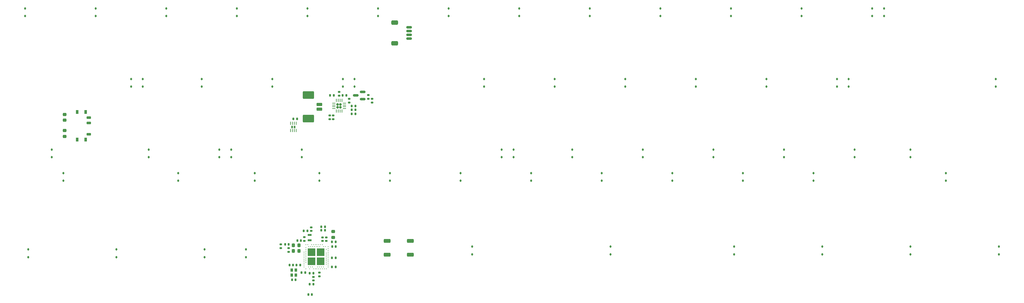
<source format=gbr>
%TF.GenerationSoftware,KiCad,Pcbnew,7.0.5*%
%TF.CreationDate,2024-03-02T17:25:27+09:00*%
%TF.ProjectId,Hotp4ck60,486f7470-3463-46b3-9630-2e6b69636164,rev?*%
%TF.SameCoordinates,Original*%
%TF.FileFunction,Paste,Bot*%
%TF.FilePolarity,Positive*%
%FSLAX46Y46*%
G04 Gerber Fmt 4.6, Leading zero omitted, Abs format (unit mm)*
G04 Created by KiCad (PCBNEW 7.0.5) date 2024-03-02 17:25:27*
%MOMM*%
%LPD*%
G01*
G04 APERTURE LIST*
G04 Aperture macros list*
%AMRoundRect*
0 Rectangle with rounded corners*
0 $1 Rounding radius*
0 $2 $3 $4 $5 $6 $7 $8 $9 X,Y pos of 4 corners*
0 Add a 4 corners polygon primitive as box body*
4,1,4,$2,$3,$4,$5,$6,$7,$8,$9,$2,$3,0*
0 Add four circle primitives for the rounded corners*
1,1,$1+$1,$2,$3*
1,1,$1+$1,$4,$5*
1,1,$1+$1,$6,$7*
1,1,$1+$1,$8,$9*
0 Add four rect primitives between the rounded corners*
20,1,$1+$1,$2,$3,$4,$5,0*
20,1,$1+$1,$4,$5,$6,$7,0*
20,1,$1+$1,$6,$7,$8,$9,0*
20,1,$1+$1,$8,$9,$2,$3,0*%
G04 Aperture macros list end*
%ADD10RoundRect,0.140000X-0.140000X-0.170000X0.140000X-0.170000X0.140000X0.170000X-0.140000X0.170000X0*%
%ADD11RoundRect,0.112500X-0.112500X0.187500X-0.112500X-0.187500X0.112500X-0.187500X0.112500X0.187500X0*%
%ADD12RoundRect,0.140000X0.170000X-0.140000X0.170000X0.140000X-0.170000X0.140000X-0.170000X-0.140000X0*%
%ADD13RoundRect,0.140000X0.140000X0.170000X-0.140000X0.170000X-0.140000X-0.170000X0.140000X-0.170000X0*%
%ADD14RoundRect,0.112500X0.112500X-0.187500X0.112500X0.187500X-0.112500X0.187500X-0.112500X-0.187500X0*%
%ADD15RoundRect,0.218750X-0.256250X0.218750X-0.256250X-0.218750X0.256250X-0.218750X0.256250X0.218750X0*%
%ADD16RoundRect,0.150000X0.587500X0.150000X-0.587500X0.150000X-0.587500X-0.150000X0.587500X-0.150000X0*%
%ADD17R,1.100000X0.600000*%
%ADD18RoundRect,0.135000X-0.135000X-0.185000X0.135000X-0.185000X0.135000X0.185000X-0.135000X0.185000X0*%
%ADD19RoundRect,0.135000X0.185000X-0.135000X0.185000X0.135000X-0.185000X0.135000X-0.185000X-0.135000X0*%
%ADD20RoundRect,0.225000X0.225000X0.250000X-0.225000X0.250000X-0.225000X-0.250000X0.225000X-0.250000X0*%
%ADD21RoundRect,0.147500X0.172500X-0.147500X0.172500X0.147500X-0.172500X0.147500X-0.172500X-0.147500X0*%
%ADD22RoundRect,0.070000X-0.190000X0.070000X-0.190000X-0.070000X0.190000X-0.070000X0.190000X0.070000X0*%
%ADD23RoundRect,0.062500X-0.062500X0.325000X-0.062500X-0.325000X0.062500X-0.325000X0.062500X0.325000X0*%
%ADD24R,0.800000X0.900000*%
%ADD25RoundRect,0.090000X0.535000X-0.210000X0.535000X0.210000X-0.535000X0.210000X-0.535000X-0.210000X0*%
%ADD26RoundRect,0.105000X-0.245000X-0.445000X0.245000X-0.445000X0.245000X0.445000X-0.245000X0.445000X0*%
%ADD27RoundRect,0.140000X-0.170000X0.140000X-0.170000X-0.140000X0.170000X-0.140000X0.170000X0.140000X0*%
%ADD28RoundRect,0.160000X0.160000X-0.160000X0.160000X0.160000X-0.160000X0.160000X-0.160000X-0.160000X0*%
%ADD29RoundRect,0.062500X0.062500X-0.375000X0.062500X0.375000X-0.062500X0.375000X-0.062500X-0.375000X0*%
%ADD30RoundRect,0.062500X0.375000X-0.062500X0.375000X0.062500X-0.375000X0.062500X-0.375000X-0.062500X0*%
%ADD31RoundRect,0.147500X0.147500X0.172500X-0.147500X0.172500X-0.147500X-0.172500X0.147500X-0.172500X0*%
%ADD32RoundRect,0.218750X0.218750X0.256250X-0.218750X0.256250X-0.218750X-0.256250X0.218750X-0.256250X0*%
%ADD33RoundRect,0.200000X0.600000X-0.200000X0.600000X0.200000X-0.600000X0.200000X-0.600000X-0.200000X0*%
%ADD34RoundRect,0.250001X1.249999X-0.799999X1.249999X0.799999X-1.249999X0.799999X-1.249999X-0.799999X0*%
%ADD35RoundRect,0.275000X0.625000X0.275000X-0.625000X0.275000X-0.625000X-0.275000X0.625000X-0.275000X0*%
%ADD36RoundRect,0.135000X0.135000X0.185000X-0.135000X0.185000X-0.135000X-0.185000X0.135000X-0.185000X0*%
%ADD37RoundRect,0.218750X0.256250X-0.218750X0.256250X0.218750X-0.256250X0.218750X-0.256250X-0.218750X0*%
%ADD38RoundRect,0.150000X0.625000X-0.150000X0.625000X0.150000X-0.625000X0.150000X-0.625000X-0.150000X0*%
%ADD39RoundRect,0.250000X0.650000X-0.350000X0.650000X0.350000X-0.650000X0.350000X-0.650000X-0.350000X0*%
%ADD40R,2.000000X2.000000*%
%ADD41C,0.250000*%
G04 APERTURE END LIST*
D10*
%TO.C,C15*%
X171690000Y-176650000D03*
X172650000Y-176650000D03*
%TD*%
D11*
%TO.C,D54*%
X89693750Y-174368750D03*
X89693750Y-176468750D03*
%TD*%
D12*
%TO.C,C7*%
X166090000Y-169360000D03*
X166090000Y-168400000D03*
%TD*%
D13*
%TO.C,C18*%
X163290000Y-172000000D03*
X162330000Y-172000000D03*
%TD*%
D14*
%TO.C,D3*%
X127000000Y-111381250D03*
X127000000Y-109281250D03*
%TD*%
%TO.C,D34*%
X217487500Y-149481250D03*
X217487500Y-147381250D03*
%TD*%
D15*
%TO.C,LED1*%
X99520000Y-142282500D03*
X99520000Y-143857500D03*
%TD*%
D14*
%TO.C,D21*%
X212725000Y-130431250D03*
X212725000Y-128331250D03*
%TD*%
D16*
%TO.C,Q1*%
X179947500Y-131840000D03*
X179947500Y-133740000D03*
X178072500Y-132790000D03*
%TD*%
D11*
%TO.C,D55*%
X113506250Y-174368750D03*
X113506250Y-176468750D03*
%TD*%
D12*
%TO.C,C17*%
X169150000Y-172040000D03*
X169150000Y-171080000D03*
%TD*%
D14*
%TO.C,D29*%
X96043750Y-149481250D03*
X96043750Y-147381250D03*
%TD*%
D11*
%TO.C,D56*%
X137318750Y-174368750D03*
X137318750Y-176468750D03*
%TD*%
D14*
%TO.C,D28*%
X350837500Y-130431250D03*
X350837500Y-128331250D03*
%TD*%
D11*
%TO.C,D53*%
X337343750Y-153731250D03*
X337343750Y-155831250D03*
%TD*%
D14*
%TO.C,D4*%
X146050000Y-111381250D03*
X146050000Y-109281250D03*
%TD*%
%TO.C,D37*%
X255587500Y-149481250D03*
X255587500Y-147381250D03*
%TD*%
D11*
%TO.C,D42*%
X99218750Y-153731250D03*
X99218750Y-155831250D03*
%TD*%
D12*
%TO.C,C8*%
X170140000Y-172040000D03*
X170140000Y-171080000D03*
%TD*%
D10*
%TO.C,C2*%
X165680000Y-183760000D03*
X166640000Y-183760000D03*
%TD*%
%TO.C,C3*%
X165680000Y-180740000D03*
X166640000Y-180740000D03*
%TD*%
D14*
%TO.C,D35*%
X220662500Y-149481250D03*
X220662500Y-147381250D03*
%TD*%
%TO.C,D26*%
X307975000Y-130431250D03*
X307975000Y-128331250D03*
%TD*%
%TO.C,D1*%
X88900000Y-111381250D03*
X88900000Y-109281250D03*
%TD*%
D17*
%TO.C,Y2*%
X165650000Y-171860000D03*
X165650000Y-170460000D03*
%TD*%
D11*
%TO.C,D61*%
X351631250Y-173575000D03*
X351631250Y-175675000D03*
%TD*%
D18*
%TO.C,R5*%
X176990000Y-137730000D03*
X178010000Y-137730000D03*
%TD*%
D11*
%TO.C,D62*%
X148431250Y-174368750D03*
X148431250Y-176468750D03*
%TD*%
D14*
%TO.C,D8*%
X222250000Y-111381250D03*
X222250000Y-109281250D03*
%TD*%
D19*
%TO.C,R8*%
X181480000Y-133674000D03*
X181480000Y-132654000D03*
%TD*%
D14*
%TO.C,D6*%
X184150000Y-111381250D03*
X184150000Y-109281250D03*
%TD*%
D11*
%TO.C,D50*%
X263525000Y-153731250D03*
X263525000Y-155831250D03*
%TD*%
D14*
%TO.C,D25*%
X288925000Y-130431250D03*
X288925000Y-128331250D03*
%TD*%
D19*
%TO.C,R7*%
X182496000Y-134694000D03*
X182496000Y-133674000D03*
%TD*%
D14*
%TO.C,D27*%
X311150000Y-130431250D03*
X311150000Y-128331250D03*
%TD*%
D20*
%TO.C,C10*%
X162805000Y-174800000D03*
X161255000Y-174800000D03*
%TD*%
D11*
%TO.C,D52*%
X301625000Y-153731250D03*
X301625000Y-155831250D03*
%TD*%
D12*
%TO.C,C21*%
X176300000Y-134695000D03*
X176300000Y-133735000D03*
%TD*%
D13*
%TO.C,C16*%
X163100000Y-178580000D03*
X162140000Y-178580000D03*
%TD*%
D11*
%TO.C,D59*%
X304006250Y-173575000D03*
X304006250Y-175675000D03*
%TD*%
D21*
%TO.C,L1*%
X166640000Y-182735000D03*
X166640000Y-181765000D03*
%TD*%
D14*
%TO.C,D18*%
X155575000Y-130431250D03*
X155575000Y-128331250D03*
%TD*%
D22*
%TO.C,U3*%
X161605000Y-141125000D03*
X160955000Y-141125000D03*
X161605000Y-141475000D03*
X160955000Y-141475000D03*
D23*
X160530000Y-140337500D03*
X161030000Y-140337500D03*
X161530000Y-140337500D03*
X162030000Y-140337500D03*
X162030000Y-142262500D03*
X161530000Y-142262500D03*
X161030000Y-142262500D03*
X160530000Y-142262500D03*
%TD*%
D14*
%TO.C,D33*%
X163512500Y-149481250D03*
X163512500Y-147381250D03*
%TD*%
D18*
%TO.C,R2*%
X176990000Y-135660000D03*
X178010000Y-135660000D03*
%TD*%
D11*
%TO.C,D63*%
X246856250Y-173575000D03*
X246856250Y-175675000D03*
%TD*%
%TO.C,D45*%
X168275000Y-153731250D03*
X168275000Y-155831250D03*
%TD*%
D14*
%TO.C,D16*%
X120650000Y-130431250D03*
X120650000Y-128331250D03*
%TD*%
D11*
%TO.C,D44*%
X150812500Y-153731250D03*
X150812500Y-155831250D03*
%TD*%
D24*
%TO.C,Y1*%
X160850000Y-181310000D03*
X160850000Y-179910000D03*
X161950000Y-179910000D03*
X161950000Y-181310000D03*
%TD*%
D25*
%TO.C,SW2*%
X106090000Y-143240000D03*
X106090000Y-140240000D03*
X106090000Y-138740000D03*
D26*
X105240000Y-137290000D03*
X102940000Y-137290000D03*
X105240000Y-144690000D03*
X102940000Y-144690000D03*
%TD*%
D10*
%TO.C,C24*%
X161280000Y-139110000D03*
X162240000Y-139110000D03*
%TD*%
D13*
%TO.C,C4*%
X161880000Y-182560000D03*
X160920000Y-182560000D03*
%TD*%
D14*
%TO.C,D7*%
X203200000Y-111381250D03*
X203200000Y-109281250D03*
%TD*%
D11*
%TO.C,D48*%
X225425000Y-153731250D03*
X225425000Y-155831250D03*
%TD*%
D27*
%TO.C,C23*%
X171060000Y-138210000D03*
X171060000Y-139170000D03*
%TD*%
D14*
%TO.C,D40*%
X312737500Y-149481250D03*
X312737500Y-147381250D03*
%TD*%
D11*
%TO.C,D57*%
X209550000Y-173575000D03*
X209550000Y-175675000D03*
%TD*%
D27*
%TO.C,C9*%
X160000000Y-174040000D03*
X160000000Y-175000000D03*
%TD*%
D10*
%TO.C,C19*%
X171720000Y-173590000D03*
X172680000Y-173590000D03*
%TD*%
D11*
%TO.C,D43*%
X130175000Y-153731250D03*
X130175000Y-155831250D03*
%TD*%
D18*
%TO.C,R4*%
X176980000Y-136690000D03*
X178000000Y-136690000D03*
%TD*%
D14*
%TO.C,D9*%
X241300000Y-111381250D03*
X241300000Y-109281250D03*
%TD*%
%TO.C,D13*%
X317500000Y-111381250D03*
X317500000Y-109281250D03*
%TD*%
%TO.C,D2*%
X107950000Y-111381250D03*
X107950000Y-109281250D03*
%TD*%
%TO.C,D20*%
X177800000Y-130431250D03*
X177800000Y-128331250D03*
%TD*%
%TO.C,D15*%
X117475000Y-130431250D03*
X117475000Y-128331250D03*
%TD*%
D10*
%TO.C,C20*%
X171710000Y-172270000D03*
X172670000Y-172270000D03*
%TD*%
D28*
%TO.C,U2*%
X173200000Y-136000000D03*
X174000000Y-136000000D03*
X173200000Y-135200000D03*
X174000000Y-135200000D03*
D29*
X174350000Y-137037500D03*
X173850000Y-137037500D03*
X173350000Y-137037500D03*
X172850000Y-137037500D03*
D30*
X172162500Y-136350000D03*
X172162500Y-135850000D03*
X172162500Y-135350000D03*
X172162500Y-134850000D03*
D29*
X172850000Y-134162500D03*
X173350000Y-134162500D03*
X173850000Y-134162500D03*
X174350000Y-134162500D03*
D30*
X175037500Y-134850000D03*
X175037500Y-135350000D03*
X175037500Y-135850000D03*
X175037500Y-136350000D03*
%TD*%
D31*
%TO.C,L3*%
X160025000Y-173000000D03*
X159055000Y-173000000D03*
%TD*%
D10*
%TO.C,C14*%
X171690000Y-179080000D03*
X172650000Y-179080000D03*
%TD*%
D11*
%TO.C,D58*%
X280193750Y-173575000D03*
X280193750Y-175675000D03*
%TD*%
D32*
%TO.C,L2*%
X162817500Y-173270000D03*
X161242500Y-173270000D03*
%TD*%
D14*
%TO.C,D17*%
X136525000Y-130431250D03*
X136525000Y-128331250D03*
%TD*%
D33*
%TO.C,J2*%
X168250000Y-136455000D03*
X168250000Y-135205000D03*
D34*
X165350000Y-139005000D03*
X165350000Y-132655000D03*
%TD*%
D11*
%TO.C,D46*%
X187325000Y-153731250D03*
X187325000Y-155831250D03*
%TD*%
D14*
%TO.C,D24*%
X269875000Y-130431250D03*
X269875000Y-128331250D03*
%TD*%
%TO.C,D30*%
X122237500Y-149481250D03*
X122237500Y-147381250D03*
%TD*%
D10*
%TO.C,C1*%
X165330000Y-186557364D03*
X166290000Y-186557364D03*
%TD*%
D35*
%TO.C,SW1*%
X192806250Y-172040000D03*
X186606250Y-172040000D03*
X192806250Y-175740000D03*
X186606250Y-175740000D03*
%TD*%
D36*
%TO.C,R11*%
X169850000Y-168210000D03*
X168830000Y-168210000D03*
%TD*%
D37*
%TO.C,L4*%
X171990000Y-171087500D03*
X171990000Y-169512500D03*
%TD*%
D14*
%TO.C,D31*%
X141287500Y-149481250D03*
X141287500Y-147381250D03*
%TD*%
%TO.C,D38*%
X274637500Y-149481250D03*
X274637500Y-147381250D03*
%TD*%
%TO.C,D11*%
X279400000Y-111381250D03*
X279400000Y-109281250D03*
%TD*%
D12*
%TO.C,C22*%
X173600000Y-132810000D03*
X173600000Y-131850000D03*
%TD*%
D15*
%TO.C,LED2*%
X99520000Y-137892500D03*
X99520000Y-139467500D03*
%TD*%
D14*
%TO.C,D19*%
X174625000Y-130431250D03*
X174625000Y-128331250D03*
%TD*%
D13*
%TO.C,C6*%
X165050000Y-169340000D03*
X164090000Y-169340000D03*
%TD*%
%TO.C,C12*%
X164450000Y-180610000D03*
X163490000Y-180610000D03*
%TD*%
D14*
%TO.C,D41*%
X327818750Y-149481250D03*
X327818750Y-147381250D03*
%TD*%
D11*
%TO.C,D49*%
X244475000Y-153731250D03*
X244475000Y-155831250D03*
%TD*%
D14*
%TO.C,D14*%
X320675000Y-111381250D03*
X320675000Y-109281250D03*
%TD*%
D19*
%TO.C,R9*%
X172050000Y-139230000D03*
X172050000Y-138210000D03*
%TD*%
D14*
%TO.C,D12*%
X298450000Y-111381250D03*
X298450000Y-109281250D03*
%TD*%
%TO.C,D36*%
X236537500Y-149481250D03*
X236537500Y-147381250D03*
%TD*%
%TO.C,D5*%
X165100000Y-111381250D03*
X165100000Y-109281250D03*
%TD*%
D11*
%TO.C,D51*%
X282575000Y-153731250D03*
X282575000Y-155831250D03*
%TD*%
D27*
%TO.C,C11*%
X168310000Y-180630000D03*
X168310000Y-181590000D03*
%TD*%
D14*
%TO.C,D10*%
X260350000Y-111381250D03*
X260350000Y-109281250D03*
%TD*%
D18*
%TO.C,R6*%
X171150000Y-132780000D03*
X172170000Y-132780000D03*
%TD*%
D38*
%TO.C,J1*%
X192490000Y-117410000D03*
X192490000Y-116410000D03*
X192490000Y-115410000D03*
X192490000Y-114410000D03*
D39*
X188615000Y-118710000D03*
X188615000Y-113110000D03*
%TD*%
D40*
%TO.C,U1*%
X168612500Y-175127500D03*
X166187500Y-175127500D03*
X168612500Y-177552500D03*
X166187500Y-177552500D03*
D41*
X164150000Y-175090000D03*
X164150000Y-175590000D03*
X164150000Y-176090000D03*
X164150000Y-176590000D03*
X164150000Y-177090000D03*
X164150000Y-177590000D03*
X164150000Y-178090000D03*
X164150000Y-178590000D03*
X164150000Y-179090000D03*
X169650000Y-179590000D03*
X169900000Y-173590000D03*
X170150000Y-174340000D03*
X170150000Y-175340000D03*
X170150000Y-175840000D03*
X170150000Y-176340000D03*
X170150000Y-176840000D03*
X170150000Y-177340000D03*
X170150000Y-177840000D03*
X170150000Y-178340000D03*
X170150000Y-179590000D03*
X170650000Y-173590000D03*
X170650000Y-174090000D03*
X170650000Y-174590000D03*
X170650000Y-175090000D03*
X170650000Y-175590000D03*
X170650000Y-176090000D03*
X170650000Y-176590000D03*
X170650000Y-177090000D03*
X170650000Y-177590000D03*
X170650000Y-178090000D03*
X170650000Y-178590000D03*
X170650000Y-179090000D03*
X164650000Y-173090000D03*
X164650000Y-173840000D03*
X164650000Y-174340000D03*
X164650000Y-174840000D03*
X164650000Y-175340000D03*
X164650000Y-175840000D03*
X164650000Y-176340000D03*
X164650000Y-176840000D03*
X164650000Y-177340000D03*
X164650000Y-177840000D03*
X164650000Y-179590000D03*
X165150000Y-173090000D03*
X165400000Y-173590000D03*
X165400000Y-179090000D03*
X165650000Y-179590000D03*
X165900000Y-173590000D03*
X165900000Y-179090000D03*
X166150000Y-173090000D03*
X166400000Y-173590000D03*
X166400000Y-179090000D03*
X166650000Y-173090000D03*
X166650000Y-179590000D03*
X166900000Y-173590000D03*
X167150000Y-173090000D03*
X167150000Y-179590000D03*
X167400000Y-173590000D03*
X167650000Y-173090000D03*
X167650000Y-179590000D03*
X167900000Y-173590000D03*
X167900000Y-179090000D03*
X168150000Y-173090000D03*
X168150000Y-179590000D03*
X168400000Y-173590000D03*
X168400000Y-179090000D03*
X168650000Y-173090000D03*
X168650000Y-179590000D03*
X168900000Y-179090000D03*
X169150000Y-173090000D03*
X169150000Y-179590000D03*
X169400000Y-173590000D03*
X169400000Y-179090000D03*
%TD*%
D14*
%TO.C,D32*%
X144462500Y-149481250D03*
X144462500Y-147381250D03*
%TD*%
%TO.C,D39*%
X293687500Y-149481250D03*
X293687500Y-147381250D03*
%TD*%
D13*
%TO.C,C5*%
X161200000Y-178590000D03*
X160240000Y-178590000D03*
%TD*%
D36*
%TO.C,R10*%
X169850000Y-169190000D03*
X168830000Y-169190000D03*
%TD*%
D11*
%TO.C,D60*%
X327818750Y-173575000D03*
X327818750Y-175675000D03*
%TD*%
D14*
%TO.C,D22*%
X231775000Y-130431250D03*
X231775000Y-128331250D03*
%TD*%
D12*
%TO.C,C13*%
X164240000Y-172030000D03*
X164240000Y-171070000D03*
%TD*%
D18*
%TO.C,R3*%
X174550000Y-132770000D03*
X175570000Y-132770000D03*
%TD*%
D11*
%TO.C,D47*%
X206375000Y-153731250D03*
X206375000Y-155831250D03*
%TD*%
D19*
%TO.C,R1*%
X157880000Y-173970000D03*
X157880000Y-172950000D03*
%TD*%
D14*
%TO.C,D23*%
X250825000Y-130431250D03*
X250825000Y-128331250D03*
%TD*%
M02*

</source>
